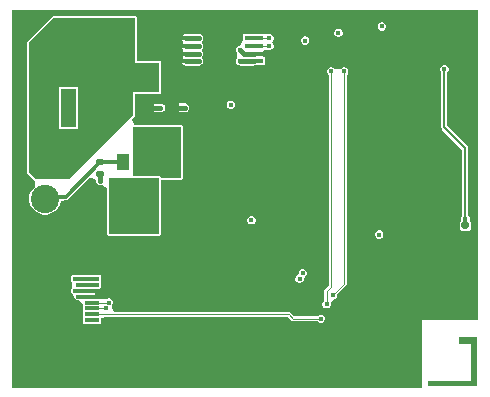
<source format=gbl>
G04*
G04 #@! TF.GenerationSoftware,Altium Limited,Altium Designer,23.3.1 (30)*
G04*
G04 Layer_Physical_Order=4*
G04 Layer_Color=16711680*
%FSAX44Y44*%
%MOMM*%
G71*
G04*
G04 #@! TF.SameCoordinates,EEB403B8-57DA-4B53-8A1C-A64ED6DC22F4*
G04*
G04*
G04 #@! TF.FilePolarity,Positive*
G04*
G01*
G75*
%ADD11C,0.2000*%
G04:AMPARAMS|DCode=20|XSize=0.6mm|YSize=0.55mm|CornerRadius=0.1375mm|HoleSize=0mm|Usage=FLASHONLY|Rotation=180.000|XOffset=0mm|YOffset=0mm|HoleType=Round|Shape=RoundedRectangle|*
%AMROUNDEDRECTD20*
21,1,0.6000,0.2750,0,0,180.0*
21,1,0.3250,0.5500,0,0,180.0*
1,1,0.2750,-0.1625,0.1375*
1,1,0.2750,0.1625,0.1375*
1,1,0.2750,0.1625,-0.1375*
1,1,0.2750,-0.1625,-0.1375*
%
%ADD20ROUNDEDRECTD20*%
G04:AMPARAMS|DCode=22|XSize=0.6mm|YSize=0.6mm|CornerRadius=0.15mm|HoleSize=0mm|Usage=FLASHONLY|Rotation=90.000|XOffset=0mm|YOffset=0mm|HoleType=Round|Shape=RoundedRectangle|*
%AMROUNDEDRECTD22*
21,1,0.6000,0.3000,0,0,90.0*
21,1,0.3000,0.6000,0,0,90.0*
1,1,0.3000,0.1500,0.1500*
1,1,0.3000,0.1500,-0.1500*
1,1,0.3000,-0.1500,-0.1500*
1,1,0.3000,-0.1500,0.1500*
%
%ADD22ROUNDEDRECTD22*%
%ADD58C,0.1250*%
%ADD59C,0.4000*%
%ADD60C,0.3000*%
%ADD61C,2.4000*%
%ADD62C,2.0000*%
%ADD63C,0.4000*%
%ADD64R,1.3100X0.9300*%
%ADD65R,1.3100X3.2400*%
%ADD66R,1.5600X0.4000*%
%ADD67R,1.2000X0.3000*%
%ADD68R,3.0000X2.7000*%
%ADD69R,0.9500X1.0000*%
%ADD70R,1.2500X1.8000*%
%ADD71R,1.0000X1.4000*%
G36*
X00650750Y00257500D02*
X00609000D01*
Y00262500D01*
X00645750D01*
Y00293750D01*
X00635000D01*
Y00299500D01*
X00650750D01*
Y00257500D01*
D02*
G37*
G36*
X00651451Y00314000D02*
X00604000D01*
Y00262500D01*
Y00256549D01*
X00256549D01*
Y00576451D01*
X00651451D01*
Y00314000D01*
D02*
G37*
%LPC*%
G36*
X00570696Y00565750D02*
X00569304D01*
X00568017Y00565217D01*
X00567033Y00564233D01*
X00566500Y00562946D01*
Y00561554D01*
X00567033Y00560267D01*
X00568017Y00559283D01*
X00569304Y00558750D01*
X00570696D01*
X00571983Y00559283D01*
X00572967Y00560267D01*
X00573500Y00561554D01*
Y00562946D01*
X00572967Y00564233D01*
X00571983Y00565217D01*
X00570696Y00565750D01*
D02*
G37*
G36*
X00533946Y00560250D02*
X00532554D01*
X00531267Y00559717D01*
X00530283Y00558733D01*
X00529750Y00557446D01*
Y00556054D01*
X00530283Y00554767D01*
X00531267Y00553783D01*
X00532554Y00553250D01*
X00533946D01*
X00535233Y00553783D01*
X00536217Y00554767D01*
X00536750Y00556054D01*
Y00557446D01*
X00536217Y00558733D01*
X00535233Y00559717D01*
X00533946Y00560250D01*
D02*
G37*
G36*
X00505696Y00553866D02*
X00504304D01*
X00503017Y00553333D01*
X00502033Y00552349D01*
X00501500Y00551062D01*
Y00549670D01*
X00502033Y00548383D01*
X00503017Y00547399D01*
X00504304Y00546866D01*
X00505696D01*
X00506983Y00547399D01*
X00507967Y00548383D01*
X00508500Y00549670D01*
Y00551062D01*
X00507967Y00552349D01*
X00506983Y00553333D01*
X00505696Y00553866D01*
D02*
G37*
G36*
X00415000Y00555819D02*
X00403950D01*
X00402584Y00555547D01*
X00401427Y00554773D01*
X00401427Y00554773D01*
X00400653Y00553616D01*
X00400381Y00552250D01*
X00400653Y00550885D01*
X00400653Y00550884D01*
X00401427Y00549727D01*
Y00548273D01*
X00400653Y00547116D01*
X00400381Y00545750D01*
X00400653Y00544384D01*
X00401427Y00543227D01*
Y00541773D01*
X00400653Y00540616D01*
X00400381Y00539250D01*
X00400653Y00537884D01*
X00401427Y00536727D01*
Y00535273D01*
X00400653Y00534116D01*
X00400381Y00532750D01*
X00400653Y00531384D01*
X00401427Y00530227D01*
X00402584Y00529453D01*
X00403950Y00529181D01*
X00415000D01*
X00416366Y00529453D01*
X00417523Y00530227D01*
X00417523Y00530227D01*
X00418297Y00531384D01*
X00418569Y00532750D01*
X00418297Y00534115D01*
X00418297Y00534116D01*
X00417523Y00535273D01*
Y00536727D01*
X00418297Y00537884D01*
X00418569Y00539250D01*
X00418297Y00540616D01*
X00417523Y00541773D01*
Y00543227D01*
X00418297Y00544384D01*
X00418569Y00545750D01*
X00418297Y00547116D01*
X00417523Y00548273D01*
Y00549727D01*
X00418297Y00550884D01*
X00418569Y00552250D01*
X00418297Y00553616D01*
X00417523Y00554773D01*
X00416366Y00555547D01*
X00415000Y00555819D01*
D02*
G37*
G36*
X00474087Y00555750D02*
X00470850D01*
X00470850Y00555750D01*
X00452250D01*
Y00550621D01*
X00449999Y00545971D01*
X00448633Y00545699D01*
X00448633Y00545699D01*
X00447476Y00544925D01*
X00446702Y00543768D01*
X00446431Y00542402D01*
X00446431Y00542402D01*
X00446702Y00541036D01*
X00446969Y00540638D01*
X00447110Y00540320D01*
X00447365Y00539025D01*
X00447477Y00535273D01*
Y00535273D01*
X00447281Y00534981D01*
X00447033Y00534733D01*
X00447033Y00534732D01*
X00446898Y00534408D01*
X00446703Y00534116D01*
X00446703Y00534115D01*
X00446634Y00533771D01*
X00446500Y00533446D01*
X00446500Y00533446D01*
Y00533095D01*
X00446431Y00532750D01*
X00446431Y00532750D01*
X00446500Y00532405D01*
X00446500Y00532054D01*
X00446500Y00532054D01*
X00446500Y00532054D01*
X00446634Y00531729D01*
X00446703Y00531385D01*
Y00531384D01*
X00446703Y00531384D01*
X00446898Y00531092D01*
X00447033Y00530768D01*
Y00530767D01*
X00447281Y00530519D01*
X00447477Y00530227D01*
X00447477Y00530227D01*
X00447769Y00530031D01*
X00448017Y00529783D01*
X00448017Y00529783D01*
X00448342Y00529648D01*
X00448634Y00529453D01*
X00448634Y00529453D01*
X00448979Y00529384D01*
X00449304Y00529250D01*
X00449304Y00529250D01*
X00449655Y00529250D01*
X00450000Y00529181D01*
X00450000Y00529181D01*
X00450786Y00529181D01*
X00461550D01*
X00461895Y00529250D01*
X00470850D01*
Y00536250D01*
X00469518D01*
X00469148Y00536630D01*
X00469717Y00541736D01*
X00470850Y00542250D01*
X00475480Y00542250D01*
X00476766Y00542783D01*
X00476766Y00542783D01*
X00477751Y00543767D01*
X00478284Y00545054D01*
Y00546446D01*
X00478284Y00546446D01*
X00477751Y00547733D01*
X00476946Y00549000D01*
X00477751Y00550267D01*
X00478284Y00551554D01*
Y00552946D01*
X00477751Y00554233D01*
X00476766Y00555217D01*
X00475480Y00555750D01*
X00474087Y00555750D01*
D02*
G37*
G36*
X00538696Y00527750D02*
X00537304D01*
X00536017Y00527217D01*
X00535033Y00526233D01*
X00529967Y00526233D01*
X00528983Y00527217D01*
X00527696Y00527750D01*
X00526304D01*
X00525017Y00527217D01*
X00524033Y00526233D01*
X00523500Y00524946D01*
Y00523554D01*
X00524033Y00522267D01*
X00524833Y00521467D01*
Y00520355D01*
Y00345828D01*
Y00343352D01*
X00521619Y00339683D01*
X00521593Y00339657D01*
X00521123Y00338954D01*
X00520958Y00338125D01*
Y00329908D01*
X00520158Y00329108D01*
X00519625Y00327821D01*
Y00326429D01*
X00520158Y00325142D01*
X00521142Y00324158D01*
X00522429Y00323625D01*
X00523821D01*
X00525108Y00324158D01*
X00526092Y00325142D01*
X00526625Y00326429D01*
Y00326881D01*
X00527113Y00328457D01*
X00529220Y00331205D01*
X00530005Y00331732D01*
X00530733Y00332033D01*
X00531717Y00333017D01*
X00532250Y00334304D01*
X00532250Y00335280D01*
X00535675Y00338861D01*
X00535675Y00338861D01*
X00539532Y00342718D01*
X00540002Y00343421D01*
X00540167Y00344250D01*
Y00346445D01*
X00540167Y00346445D01*
Y00349334D01*
Y00516011D01*
Y00519208D01*
X00540167D01*
Y00521467D01*
X00540967Y00522267D01*
X00541500Y00523554D01*
Y00524946D01*
X00540967Y00526233D01*
X00539983Y00527217D01*
X00538696Y00527750D01*
D02*
G37*
G36*
X00403300Y00497069D02*
X00392250D01*
X00390884Y00496797D01*
X00390199Y00496339D01*
X00389341Y00496003D01*
X00385767Y00495812D01*
X00384317Y00496243D01*
X00383864Y00496546D01*
X00382498Y00496818D01*
X00371448D01*
X00370083Y00496546D01*
X00368925Y00495772D01*
X00368151Y00494614D01*
X00367880Y00493249D01*
X00368151Y00491883D01*
X00368925Y00490726D01*
X00370083Y00489952D01*
X00371448Y00489680D01*
X00382498D01*
X00383864Y00489952D01*
X00384549Y00490410D01*
X00385407Y00490746D01*
X00388981Y00490937D01*
X00390431Y00490506D01*
X00390884Y00490203D01*
X00392250Y00489931D01*
X00403300D01*
X00404666Y00490203D01*
X00405823Y00490977D01*
X00406597Y00492134D01*
X00406869Y00493500D01*
X00406597Y00494866D01*
X00405823Y00496023D01*
X00404666Y00496797D01*
X00403300Y00497069D01*
D02*
G37*
G36*
X00442696Y00499500D02*
X00441304D01*
X00440017Y00498967D01*
X00439033Y00497983D01*
X00438500Y00496696D01*
Y00495304D01*
X00439033Y00494017D01*
X00440017Y00493033D01*
X00441304Y00492500D01*
X00442696D01*
X00443983Y00493033D01*
X00444967Y00494017D01*
X00445500Y00495304D01*
Y00496696D01*
X00444967Y00497983D01*
X00443983Y00498967D01*
X00442696Y00499500D01*
D02*
G37*
G36*
X00460196Y00401750D02*
X00458804D01*
X00457517Y00401217D01*
X00456533Y00400233D01*
X00456000Y00398946D01*
Y00397554D01*
X00456533Y00396267D01*
X00457517Y00395283D01*
X00458804Y00394750D01*
X00460196D01*
X00461483Y00395283D01*
X00462467Y00396267D01*
X00463000Y00397554D01*
Y00398946D01*
X00462467Y00400233D01*
X00461483Y00401217D01*
X00460196Y00401750D01*
D02*
G37*
G36*
X00623696Y00529500D02*
X00622304D01*
X00621017Y00528967D01*
X00620033Y00527983D01*
X00619500Y00526696D01*
Y00525304D01*
X00620033Y00524017D01*
X00620451Y00523599D01*
Y00476750D01*
X00620645Y00475774D01*
X00621198Y00474948D01*
X00638201Y00457944D01*
Y00401901D01*
X00637783Y00401483D01*
X00637250Y00400196D01*
Y00398804D01*
X00637658Y00397820D01*
X00637088Y00397439D01*
X00636425Y00396446D01*
X00636192Y00395276D01*
Y00392276D01*
X00636425Y00391105D01*
X00637088Y00390113D01*
X00638080Y00389450D01*
X00639251Y00389217D01*
X00642251D01*
X00643421Y00389450D01*
X00644414Y00390113D01*
X00645077Y00391105D01*
X00645310Y00392276D01*
Y00395276D01*
X00645077Y00396446D01*
X00644414Y00397439D01*
X00643843Y00397820D01*
X00644250Y00398804D01*
Y00400196D01*
X00643717Y00401483D01*
X00643299Y00401901D01*
Y00459000D01*
X00643105Y00459976D01*
X00642552Y00460802D01*
X00625549Y00477806D01*
Y00523599D01*
X00625967Y00524017D01*
X00626500Y00525304D01*
Y00526696D01*
X00625967Y00527983D01*
X00624983Y00528967D01*
X00623696Y00529500D01*
D02*
G37*
G36*
X00361250Y00571124D02*
X00292250D01*
X00291102Y00570648D01*
X00270352Y00549898D01*
X00269876Y00548750D01*
Y00438500D01*
X00270352Y00437352D01*
X00275390Y00432314D01*
X00275955Y00430169D01*
X00276160Y00426838D01*
X00276140Y00426732D01*
X00274197Y00424789D01*
X00272420Y00421711D01*
X00271500Y00418277D01*
Y00414723D01*
X00272420Y00411289D01*
X00274197Y00408211D01*
X00276711Y00405697D01*
X00279789Y00403920D01*
X00283223Y00403000D01*
X00286777D01*
X00290211Y00403920D01*
X00293289Y00405697D01*
X00295803Y00408211D01*
X00297580Y00411289D01*
X00298500Y00414723D01*
X00302250Y00415191D01*
X00303421Y00415424D01*
X00304413Y00416087D01*
X00322931Y00434606D01*
X00327931Y00432534D01*
Y00431701D01*
X00328203Y00430335D01*
X00328203Y00430335D01*
X00328977Y00429178D01*
X00330134Y00428404D01*
X00331500Y00428133D01*
X00331500Y00428132D01*
X00332376Y00428307D01*
X00333356Y00428130D01*
X00337333Y00425906D01*
X00337376Y00425862D01*
Y00386500D01*
X00337852Y00385352D01*
X00339000Y00384876D01*
X00381500D01*
X00382648Y00385352D01*
X00383124Y00386500D01*
Y00432376D01*
X00400250D01*
X00401398Y00432852D01*
X00401874Y00434000D01*
Y00476999D01*
X00401398Y00478147D01*
X00400250Y00478623D01*
X00361087Y00478623D01*
X00360799D01*
D01*
X00360490Y00478623D01*
X00359874Y00479761D01*
X00358067Y00483101D01*
X00358038Y00483242D01*
X00360275Y00485478D01*
X00360750Y00486626D01*
X00360750Y00504876D01*
X00381500D01*
X00382648Y00505352D01*
X00383124Y00506500D01*
Y00531624D01*
X00382648Y00532772D01*
X00381500Y00533248D01*
X00362874D01*
Y00569500D01*
X00362398Y00570648D01*
X00361250Y00571124D01*
D02*
G37*
G36*
X00568445Y00389548D02*
X00567053D01*
X00565766Y00389015D01*
X00564782Y00388031D01*
X00564249Y00386744D01*
Y00385352D01*
X00564782Y00384065D01*
X00565766Y00383081D01*
X00567053Y00382548D01*
X00568445D01*
X00569731Y00383081D01*
X00570716Y00384065D01*
X00571249Y00385352D01*
Y00386744D01*
X00570716Y00388031D01*
X00569731Y00389015D01*
X00568445Y00389548D01*
D02*
G37*
G36*
X00502304Y00357000D02*
X00501018Y00356467D01*
X00501017Y00356467D01*
X00501017Y00356467D01*
X00500033Y00355483D01*
X00499500Y00354196D01*
X00499500Y00354196D01*
X00499500Y00352804D01*
X00499500Y00352804D01*
X00498267Y00351467D01*
X00497283Y00350483D01*
Y00350482D01*
X00496750Y00349196D01*
X00496750Y00349196D01*
Y00347804D01*
X00497283Y00346517D01*
Y00346517D01*
X00498267Y00345533D01*
X00498268D01*
X00499554Y00345000D01*
X00499554Y00345000D01*
X00500946D01*
X00500946Y00345000D01*
X00502232Y00345533D01*
X00502233Y00345533D01*
X00502233Y00345533D01*
X00503217Y00346517D01*
X00503217Y00346517D01*
X00503750Y00347804D01*
X00503750Y00347804D01*
X00503750Y00349196D01*
X00503750Y00349196D01*
X00504983Y00350533D01*
X00505967Y00351517D01*
Y00351517D01*
X00506500Y00352804D01*
X00506500Y00352804D01*
Y00354196D01*
X00505967Y00355482D01*
Y00355483D01*
X00504983Y00356467D01*
X00504983D01*
X00503696Y00357000D01*
X00503696Y00357000D01*
X00502304D01*
X00502304Y00357000D01*
D02*
G37*
G36*
X00310646Y00352000D02*
X00309254D01*
X00307967Y00351467D01*
X00306983Y00350483D01*
X00306450Y00349196D01*
Y00347804D01*
X00306983Y00346517D01*
X00307484Y00346016D01*
X00307694Y00345256D01*
X00307779Y00341055D01*
X00307598Y00340381D01*
X00307124Y00339670D01*
X00307124Y00339670D01*
X00306891Y00338500D01*
X00306891Y00338500D01*
X00307124Y00337330D01*
X00307124Y00337329D01*
X00307124Y00337329D01*
X00307787Y00336337D01*
X00307787Y00336337D01*
X00308779Y00335674D01*
X00308780Y00335674D01*
X00309641Y00333500D01*
X00309641Y00333500D01*
X00309641Y00333500D01*
X00309874Y00332329D01*
X00310537Y00331337D01*
X00311529Y00330674D01*
X00311530Y00330674D01*
X00312700Y00330441D01*
X00312700Y00330441D01*
X00312700Y00330441D01*
X00316900Y00327416D01*
Y00320500D01*
Y00310500D01*
X00331900D01*
Y00315625D01*
X00336610Y00316292D01*
X00341594Y00316333D01*
X00344879D01*
X00488665D01*
X00490103Y00316333D01*
X00493093Y00313343D01*
X00493796Y00312873D01*
X00494625Y00312708D01*
X00515592D01*
X00516392Y00311908D01*
X00517679Y00311375D01*
X00519071D01*
X00520358Y00311908D01*
X00521342Y00312892D01*
X00521875Y00314179D01*
Y00315571D01*
X00521342Y00316858D01*
X00520358Y00317842D01*
X00519071Y00318375D01*
X00517679D01*
X00516392Y00317842D01*
X00515592Y00317042D01*
X00495522Y00317042D01*
X00492532Y00320032D01*
X00491829Y00320502D01*
X00491000Y00320667D01*
X00488666D01*
X00344919D01*
X00344127D01*
X00342715Y00321333D01*
X00341755Y00325936D01*
X00341670Y00326371D01*
X00341817Y00326517D01*
X00342350Y00327804D01*
Y00329196D01*
X00341817Y00330483D01*
X00340833Y00331467D01*
X00339546Y00332000D01*
X00338154D01*
X00336867Y00331467D01*
X00331900Y00331500D01*
X00327459Y00333500D01*
X00327226Y00334670D01*
X00326836Y00335651D01*
X00326768Y00336000D01*
X00326836Y00336349D01*
X00327226Y00337329D01*
X00327459Y00338500D01*
X00331900Y00340500D01*
Y00351500D01*
X00324696D01*
X00324400Y00351559D01*
X00311711D01*
X00310646Y00352000D01*
D02*
G37*
%LPD*%
G36*
X00361250Y00531624D02*
X00381500D01*
Y00506500D01*
X00360396D01*
X00359126Y00506500D01*
X00359126Y00506500D01*
X00359126Y00505230D01*
X00359126Y00486626D01*
X00305500Y00433000D01*
X00305500Y00433000D01*
X00305500Y00433000D01*
X00277000D01*
X00271500Y00438500D01*
Y00548750D01*
X00292250Y00569500D01*
X00361250D01*
Y00531624D01*
D02*
G37*
G36*
X00400250Y00434000D02*
X00383124D01*
X00382648Y00435148D01*
X00381500Y00435624D01*
X00359000D01*
Y00476999D01*
X00400250D01*
Y00434000D01*
D02*
G37*
G36*
X00381500Y00386500D02*
X00339000D01*
Y00434000D01*
X00381500D01*
Y00386500D01*
D02*
G37*
%LPC*%
G36*
X00312598Y00510949D02*
X00296498D01*
Y00475549D01*
X00312598D01*
Y00510949D01*
D02*
G37*
%LPD*%
G36*
X00310975Y00477173D02*
X00298122D01*
Y00509325D01*
X00310975D01*
Y00477173D01*
D02*
G37*
D11*
X00623000Y00476750D02*
Y00526000D01*
Y00476750D02*
X00640750Y00459000D01*
Y00399500D02*
Y00459000D01*
Y00393776D02*
Y00399500D01*
Y00393776D02*
X00640751D01*
D20*
X00331500Y00447250D02*
D03*
Y00437250D02*
D03*
D22*
X00640751Y00393776D02*
D03*
X00640750Y00384124D02*
D03*
D58*
X00523125Y00338125D02*
X00527000Y00342000D01*
Y00524250D01*
X00523125Y00327125D02*
Y00338125D01*
X00528750Y00335000D02*
X00538000Y00344250D01*
Y00524250D01*
X00491000Y00318500D02*
X00494625Y00314875D01*
X00324400Y00318500D02*
X00491000D01*
X00494625Y00314875D02*
X00518375D01*
X00324400Y00328500D02*
X00338850D01*
X00324400Y00323500D02*
X00336100D01*
X00461550Y00545750D02*
X00474784D01*
X00461550Y00552250D02*
X00474784D01*
X00475000D01*
D59*
X00331500Y00431701D02*
Y00437250D01*
X00371448Y00493249D02*
X00382498D01*
X00392250Y00493500D02*
X00403300D01*
X00403950Y00552250D02*
X00415000D01*
X00403950Y00545750D02*
X00415000D01*
X00403950Y00539250D02*
X00415000D01*
X00403950Y00532750D02*
X00415000D01*
X00453151Y00539250D02*
X00461550D01*
X00449999Y00542402D02*
X00453151Y00539250D01*
X00450000Y00532750D02*
X00461550D01*
D60*
X00309950Y00338500D02*
X00324400D01*
X00312700Y00333500D02*
X00324400D01*
X00312700Y00343500D02*
X00324400D01*
X00309950Y00348500D02*
X00324400D01*
X00331500Y00447250D02*
X00350750D01*
X00286750Y00418250D02*
X00302250D01*
X00331250Y00447250D02*
X00331500D01*
X00302250Y00418250D02*
X00331250Y00447250D01*
X00285000Y00416500D02*
X00286750Y00418250D01*
D61*
X00285000Y00446500D02*
D03*
Y00416500D02*
D03*
Y00386500D02*
D03*
D62*
X00378000Y00558000D02*
D03*
X00348000D02*
D03*
D63*
X00608250Y00461500D02*
D03*
X00634000Y00431500D02*
D03*
X00612000D02*
D03*
X00629400Y00374050D02*
D03*
X00623000D02*
D03*
Y00383950D02*
D03*
X00629400Y00392050D02*
D03*
X00616600D02*
D03*
X00608165Y00364360D02*
D03*
X00609300Y00358469D02*
D03*
X00612498Y00353392D02*
D03*
X00617440Y00349989D02*
D03*
X00623280Y00348616D02*
D03*
X00631406Y00336333D02*
D03*
X00631232Y00330459D02*
D03*
X00631373Y00324647D02*
D03*
X00644627Y00320409D02*
D03*
Y00326409D02*
D03*
X00644613Y00331852D02*
D03*
X00644627Y00337916D02*
D03*
X00644628Y00343916D02*
D03*
X00643709Y00349845D02*
D03*
X00640826Y00355107D02*
D03*
X00636420Y00359179D02*
D03*
X00567749Y00386048D02*
D03*
X00560000Y00433000D02*
D03*
X00623000Y00526000D02*
D03*
X00640750Y00399500D02*
D03*
X00579652Y00375957D02*
D03*
X00331500Y00431701D02*
D03*
X00382498Y00493249D02*
D03*
X00403300Y00493500D02*
D03*
X00415000Y00552250D02*
D03*
Y00545750D02*
D03*
Y00539250D02*
D03*
Y00532750D02*
D03*
X00449999Y00542402D02*
D03*
X00634000Y00526750D02*
D03*
X00633000Y00562250D02*
D03*
X00494000Y00525250D02*
D03*
X00505000Y00550366D02*
D03*
X00520393Y00556107D02*
D03*
X00464626Y00438749D02*
D03*
X00454625D02*
D03*
X00444624D02*
D03*
Y00448750D02*
D03*
X00454625D02*
D03*
X00464626D02*
D03*
X00309950Y00338500D02*
D03*
X00312700Y00333500D02*
D03*
Y00343500D02*
D03*
X00309950Y00348500D02*
D03*
X00436674Y00504174D02*
D03*
X00442000Y00496000D02*
D03*
X00528750Y00335000D02*
D03*
X00527000Y00524250D02*
D03*
X00538000D02*
D03*
X00523125Y00327125D02*
D03*
X00375250Y00430500D02*
D03*
Y00420500D02*
D03*
Y00410500D02*
D03*
Y00400500D02*
D03*
Y00390500D02*
D03*
X00365250D02*
D03*
Y00400500D02*
D03*
Y00410500D02*
D03*
X00355250D02*
D03*
Y00400500D02*
D03*
Y00390500D02*
D03*
X00345250D02*
D03*
Y00400500D02*
D03*
Y00410500D02*
D03*
Y00420500D02*
D03*
Y00430500D02*
D03*
X00459500Y00398250D02*
D03*
X00338850Y00328500D02*
D03*
X00336100Y00323500D02*
D03*
X00518375Y00314875D02*
D03*
X00304548Y00483248D02*
D03*
Y00493249D02*
D03*
Y00503250D02*
D03*
X00500250Y00338500D02*
D03*
X00503000Y00353500D02*
D03*
Y00343500D02*
D03*
X00500250Y00348500D02*
D03*
X00450000Y00532750D02*
D03*
X00649451Y00318552D02*
D03*
Y00336405D02*
D03*
Y00324503D02*
D03*
Y00330454D02*
D03*
Y00354258D02*
D03*
Y00342356D02*
D03*
Y00348307D02*
D03*
X00570000Y00562250D02*
D03*
X00533250Y00556750D02*
D03*
X00474784Y00552250D02*
D03*
Y00545750D02*
D03*
X00617972Y00318552D02*
D03*
X00611798D02*
D03*
X00605624D02*
D03*
X00611750Y00260000D02*
D03*
X00617833D02*
D03*
X00623917D02*
D03*
X00630000D02*
D03*
X00636083D02*
D03*
X00642167D02*
D03*
X00648250D02*
D03*
X00648250Y00266300D02*
D03*
Y00272600D02*
D03*
Y00278900D02*
D03*
Y00285200D02*
D03*
Y00291500D02*
D03*
X00649451Y00568500D02*
D03*
Y00556597D02*
D03*
Y00544695D02*
D03*
Y00550646D02*
D03*
Y00532793D02*
D03*
Y00538744D02*
D03*
Y00520891D02*
D03*
Y00526842D02*
D03*
Y00562548D02*
D03*
Y00514939D02*
D03*
Y00366161D02*
D03*
Y00360210D02*
D03*
Y00401868D02*
D03*
Y00395916D02*
D03*
Y00407819D02*
D03*
Y00378063D02*
D03*
Y00372112D02*
D03*
Y00389965D02*
D03*
Y00384014D02*
D03*
Y00437575D02*
D03*
Y00443526D02*
D03*
Y00419721D02*
D03*
Y00413770D02*
D03*
Y00431623D02*
D03*
Y00425672D02*
D03*
Y00479232D02*
D03*
Y00473281D02*
D03*
Y00491135D02*
D03*
Y00485184D02*
D03*
Y00455428D02*
D03*
Y00449477D02*
D03*
Y00467330D02*
D03*
Y00461379D02*
D03*
Y00503037D02*
D03*
Y00497086D02*
D03*
Y00508988D02*
D03*
X00599451Y00318552D02*
D03*
Y00312378D02*
D03*
Y00306397D02*
D03*
Y00276494D02*
D03*
Y00282474D02*
D03*
Y00270513D02*
D03*
Y00288455D02*
D03*
Y00264532D02*
D03*
Y00300416D02*
D03*
Y00294436D02*
D03*
Y00258552D02*
D03*
X00587489Y00258549D02*
D03*
X00593470D02*
D03*
X00649447Y00574451D02*
D03*
X00643524Y00574451D02*
D03*
X00637602D02*
D03*
X00631679D02*
D03*
X00625756D02*
D03*
X00619833D02*
D03*
X00607988D02*
D03*
X00602065D02*
D03*
X00596143D02*
D03*
X00590220D02*
D03*
X00584297D02*
D03*
X00578375D02*
D03*
X00613911D02*
D03*
X00572452D02*
D03*
X00270394D02*
D03*
X00276317D02*
D03*
X00282240D02*
D03*
X00288162D02*
D03*
X00294085D02*
D03*
X00300008D02*
D03*
X00305931D02*
D03*
X00311853D02*
D03*
X00317776D02*
D03*
X00323699D02*
D03*
X00329621D02*
D03*
X00335544D02*
D03*
X00341467D02*
D03*
X00347389D02*
D03*
X00353312D02*
D03*
X00359235D02*
D03*
X00365158D02*
D03*
X00371080D02*
D03*
X00377003D02*
D03*
X00382926D02*
D03*
X00388848D02*
D03*
X00394771D02*
D03*
X00400694D02*
D03*
X00406616D02*
D03*
X00412539D02*
D03*
X00418462D02*
D03*
X00424384D02*
D03*
X00430307D02*
D03*
X00436230D02*
D03*
X00442153D02*
D03*
X00448075D02*
D03*
X00453998D02*
D03*
X00459921D02*
D03*
X00465843D02*
D03*
X00471766D02*
D03*
X00477689D02*
D03*
X00483611D02*
D03*
X00489534D02*
D03*
X00495457D02*
D03*
X00501380D02*
D03*
X00507302D02*
D03*
X00513225D02*
D03*
X00519148D02*
D03*
X00525070D02*
D03*
X00530993D02*
D03*
X00536916D02*
D03*
X00542838D02*
D03*
X00548761D02*
D03*
X00554684D02*
D03*
X00560606D02*
D03*
X00264472D02*
D03*
X00566529D02*
D03*
X00258552Y00264509D02*
D03*
Y00568488D02*
D03*
Y00270470D02*
D03*
Y00276430D02*
D03*
Y00282390D02*
D03*
Y00288351D02*
D03*
Y00294311D02*
D03*
Y00300271D02*
D03*
Y00306232D02*
D03*
Y00312192D02*
D03*
Y00318153D02*
D03*
Y00324113D02*
D03*
Y00330073D02*
D03*
Y00336034D02*
D03*
Y00341994D02*
D03*
Y00347954D02*
D03*
Y00353915D02*
D03*
Y00359875D02*
D03*
Y00365835D02*
D03*
Y00371796D02*
D03*
Y00377756D02*
D03*
Y00383717D02*
D03*
Y00389677D02*
D03*
Y00395637D02*
D03*
Y00401598D02*
D03*
Y00407558D02*
D03*
Y00413518D02*
D03*
Y00419479D02*
D03*
Y00425439D02*
D03*
Y00431399D02*
D03*
Y00437360D02*
D03*
Y00443320D02*
D03*
Y00449281D02*
D03*
Y00455241D02*
D03*
Y00461201D02*
D03*
Y00467162D02*
D03*
Y00473122D02*
D03*
Y00479082D02*
D03*
Y00485043D02*
D03*
Y00491003D02*
D03*
Y00496964D02*
D03*
Y00502924D02*
D03*
Y00508884D02*
D03*
Y00514845D02*
D03*
Y00520805D02*
D03*
Y00526765D02*
D03*
Y00532726D02*
D03*
Y00538686D02*
D03*
Y00544646D02*
D03*
Y00550607D02*
D03*
Y00556567D02*
D03*
Y00562528D02*
D03*
X00258549Y00574448D02*
D03*
X00264532Y00258549D02*
D03*
X00276494D02*
D03*
X00270513D02*
D03*
X00312378D02*
D03*
X00306397D02*
D03*
X00324339D02*
D03*
X00318358D02*
D03*
X00288455D02*
D03*
X00282474D02*
D03*
X00300416D02*
D03*
X00294436D02*
D03*
X00348262D02*
D03*
X00342281D02*
D03*
X00360223D02*
D03*
X00354243D02*
D03*
X00330320D02*
D03*
X00336301D02*
D03*
X00390127D02*
D03*
X00384146D02*
D03*
X00402088D02*
D03*
X00396107D02*
D03*
X00366204D02*
D03*
X00378165D02*
D03*
X00372185D02*
D03*
X00426011D02*
D03*
X00420030D02*
D03*
X00437972D02*
D03*
X00431991D02*
D03*
X00414049D02*
D03*
X00408069D02*
D03*
X00467876D02*
D03*
X00449934D02*
D03*
X00443953D02*
D03*
X00461895D02*
D03*
X00455914D02*
D03*
X00521702D02*
D03*
X00515721D02*
D03*
X00533663D02*
D03*
X00527682D02*
D03*
X00497779D02*
D03*
X00491798D02*
D03*
X00509740D02*
D03*
X00503760D02*
D03*
X00557586D02*
D03*
X00551605D02*
D03*
X00581508D02*
D03*
X00563567D02*
D03*
X00545624D02*
D03*
X00539644D02*
D03*
X00485818D02*
D03*
X00473856D02*
D03*
X00479837D02*
D03*
X00575528D02*
D03*
X00569547D02*
D03*
X00258552D02*
D03*
D64*
X00371448Y00516149D02*
D03*
Y00493249D02*
D03*
Y00470349D02*
D03*
D65*
X00304548Y00493249D02*
D03*
D66*
X00461550Y00532750D02*
D03*
Y00539250D02*
D03*
Y00545750D02*
D03*
Y00552250D02*
D03*
X00403950D02*
D03*
Y00545750D02*
D03*
Y00539250D02*
D03*
Y00532750D02*
D03*
D67*
X00324400Y00313500D02*
D03*
Y00318500D02*
D03*
Y00323500D02*
D03*
Y00328500D02*
D03*
Y00333500D02*
D03*
Y00338500D02*
D03*
Y00343500D02*
D03*
Y00348500D02*
D03*
D68*
X00343000Y00367800D02*
D03*
Y00294200D02*
D03*
D69*
X00371000Y00539000D02*
D03*
X00355000D02*
D03*
D70*
X00392250Y00467500D02*
D03*
Y00493500D02*
D03*
D71*
X00350750Y00447250D02*
D03*
X00369750D02*
D03*
X00360250Y00425250D02*
D03*
M02*

</source>
